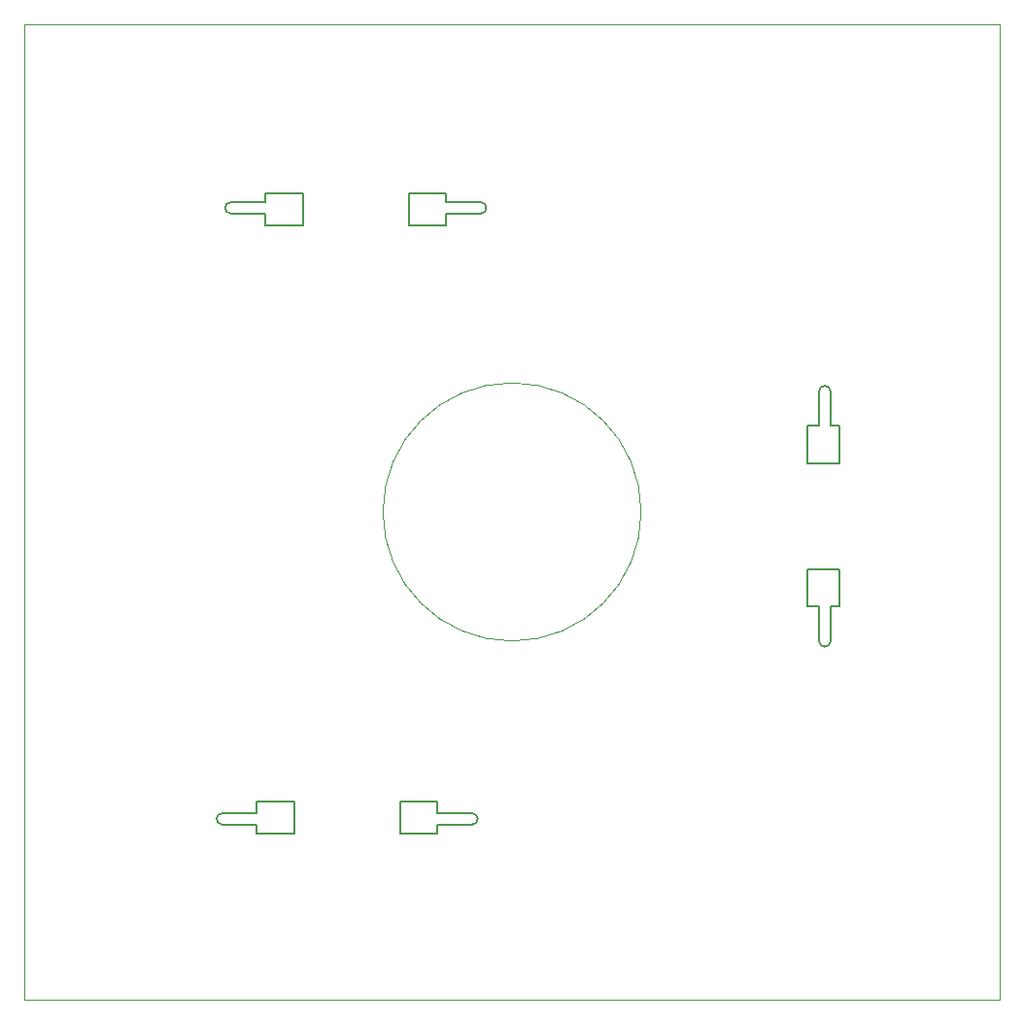
<source format=gm1>
G04 #@! TF.FileFunction,Profile,NP*
%FSLAX46Y46*%
G04 Gerber Fmt 4.6, Leading zero omitted, Abs format (unit mm)*
G04 Created by KiCad (PCBNEW 4.0.2-stable) date Tue 13 Dec 2016 10:43:35 AM CET*
%MOMM*%
G01*
G04 APERTURE LIST*
%ADD10C,0.100000*%
%ADD11C,0.150000*%
%ADD12C,0.001000*%
G04 APERTURE END LIST*
D10*
D11*
X75500000Y-73000000D02*
G75*
G03X75500000Y-74000000I0J-500000D01*
G01*
X97250000Y-74000000D02*
G75*
G03X97250000Y-73000000I0J500000D01*
G01*
X127750000Y-89500000D02*
G75*
G03X126750000Y-89500000I-500000J0D01*
G01*
X126750000Y-111250000D02*
G75*
G03X127750000Y-111250000I500000J0D01*
G01*
X96500000Y-127250000D02*
G75*
G03X96500000Y-126250000I0J500000D01*
G01*
X74750000Y-126250000D02*
G75*
G03X74750000Y-127250000I0J-500000D01*
G01*
X126750000Y-92500000D02*
X126750000Y-89500000D01*
X127750000Y-92500000D02*
X128500000Y-92500000D01*
X128500000Y-92500000D02*
X128500000Y-95750000D01*
X125750000Y-95750000D02*
X125750000Y-92500000D01*
X125750000Y-92500000D02*
X126750000Y-92500000D01*
X128500000Y-95750000D02*
X125750000Y-95750000D01*
X127750000Y-89500000D02*
X127750000Y-92500000D01*
X128500000Y-105000000D02*
X125750000Y-105000000D01*
X127750000Y-108250000D02*
X128500000Y-108250000D01*
X127750000Y-111250000D02*
X127750000Y-108250000D01*
X125750000Y-108250000D02*
X126750000Y-108250000D01*
X126750000Y-108250000D02*
X126750000Y-111250000D01*
X125750000Y-105000000D02*
X125750000Y-108250000D01*
X128500000Y-108250000D02*
X128500000Y-105000000D01*
X78500000Y-72250000D02*
X81750000Y-72250000D01*
X78500000Y-75000000D02*
X78500000Y-74000000D01*
X78500000Y-73000000D02*
X78500000Y-72250000D01*
X81750000Y-75000000D02*
X78500000Y-75000000D01*
X81750000Y-72250000D02*
X81750000Y-75000000D01*
X94250000Y-74000000D02*
X97250000Y-74000000D01*
X75500000Y-73000000D02*
X78500000Y-73000000D01*
X97250000Y-73000000D02*
X94250000Y-73000000D01*
X78500000Y-74000000D02*
X75500000Y-74000000D01*
X94250000Y-73000000D02*
X94250000Y-72250000D01*
X91000000Y-72250000D02*
X91000000Y-75000000D01*
X94250000Y-72250000D02*
X91000000Y-72250000D01*
X91000000Y-75000000D02*
X94250000Y-75000000D01*
X94250000Y-75000000D02*
X94250000Y-74000000D01*
X81000000Y-128000000D02*
X81000000Y-125250000D01*
X77750000Y-128000000D02*
X81000000Y-128000000D01*
X77750000Y-127250000D02*
X77750000Y-128000000D01*
X74750000Y-127250000D02*
X77750000Y-127250000D01*
X77750000Y-126250000D02*
X74750000Y-126250000D01*
X77750000Y-125250000D02*
X77750000Y-126250000D01*
X81000000Y-125250000D02*
X77750000Y-125250000D01*
X90250000Y-128000000D02*
X90250000Y-125250000D01*
X93500000Y-128000000D02*
X90250000Y-128000000D01*
X93500000Y-127250000D02*
X93500000Y-128000000D01*
X96500000Y-127250000D02*
X93500000Y-127250000D01*
X93500000Y-126250000D02*
X96500000Y-126250000D01*
X93500000Y-125250000D02*
X93500000Y-126250000D01*
X90250000Y-125250000D02*
X93500000Y-125250000D01*
D12*
X111250000Y-100000000D02*
G75*
G03X111250000Y-100000000I-11250000J0D01*
G01*
X57500000Y-142500000D02*
X57500000Y-57500000D01*
X142500000Y-142500000D02*
X57500000Y-142500000D01*
X142500000Y-57500000D02*
X142500000Y-142500000D01*
X57500000Y-57500000D02*
X142500000Y-57500000D01*
M02*

</source>
